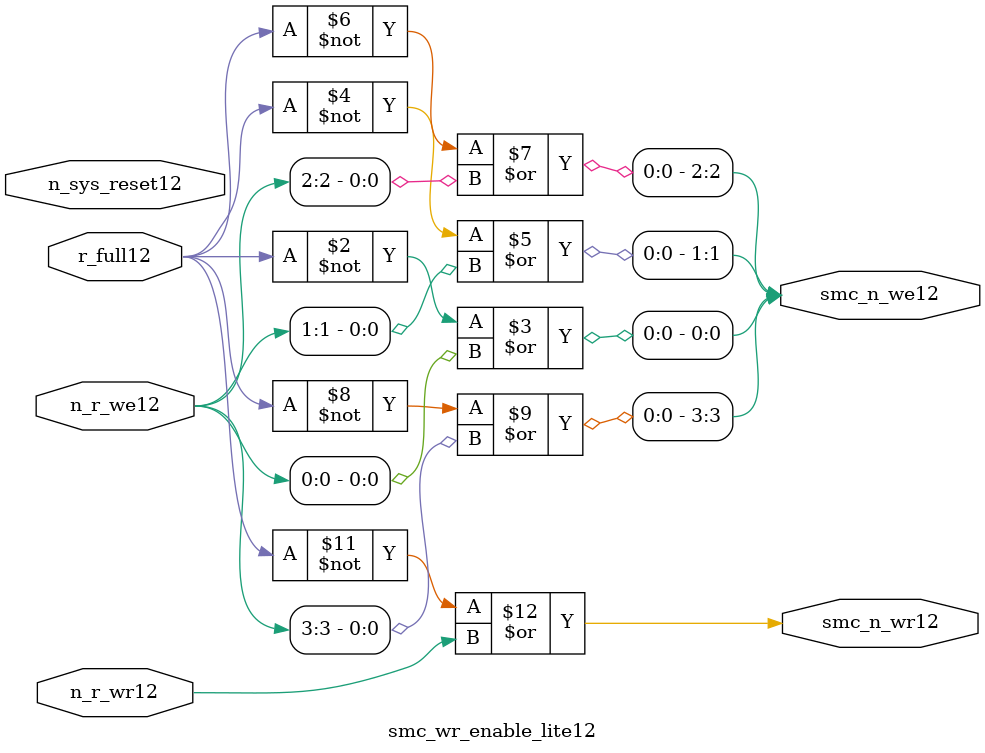
<source format=v>


  module smc_wr_enable_lite12 (

                      //inputs12                      

                      n_sys_reset12,
                      r_full12,
                      n_r_we12,
                      n_r_wr12,

                      //outputs12

                      smc_n_we12,
                      smc_n_wr12);

//I12/O12
   
   input             n_sys_reset12;   //system reset
   input             r_full12;    // Full cycle write strobe12
   input [3:0]       n_r_we12;    //write enable from smc_strobe12
   input             n_r_wr12;    //write strobe12 from smc_strobe12
   output [3:0]      smc_n_we12;  // write enable (active low12)
   output            smc_n_wr12;  // write strobe12 (active low12)
   
   
//output reg declaration12.
   
   reg [3:0]          smc_n_we12;
   reg                smc_n_wr12;

//----------------------------------------------------------------------
// negedge strobes12 with clock12.
//----------------------------------------------------------------------
      

//----------------------------------------------------------------------
      
//--------------------------------------------------------------------
// Gate12 Write strobes12 with clock12.
//--------------------------------------------------------------------

  always @(r_full12 or n_r_we12)
  
  begin
  
     smc_n_we12[0] = ((~r_full12  ) | n_r_we12[0] );

     smc_n_we12[1] = ((~r_full12  ) | n_r_we12[1] );

     smc_n_we12[2] = ((~r_full12  ) | n_r_we12[2] );

     smc_n_we12[3] = ((~r_full12  ) | n_r_we12[3] );

  
  end

//--------------------------------------------------------------------   
//write strobe12 generation12
//--------------------------------------------------------------------   

  always @(n_r_wr12 or r_full12 )
  
     begin
  
        smc_n_wr12 = ((~r_full12 ) | n_r_wr12 );
       
     end

endmodule // smc_wr_enable12


</source>
